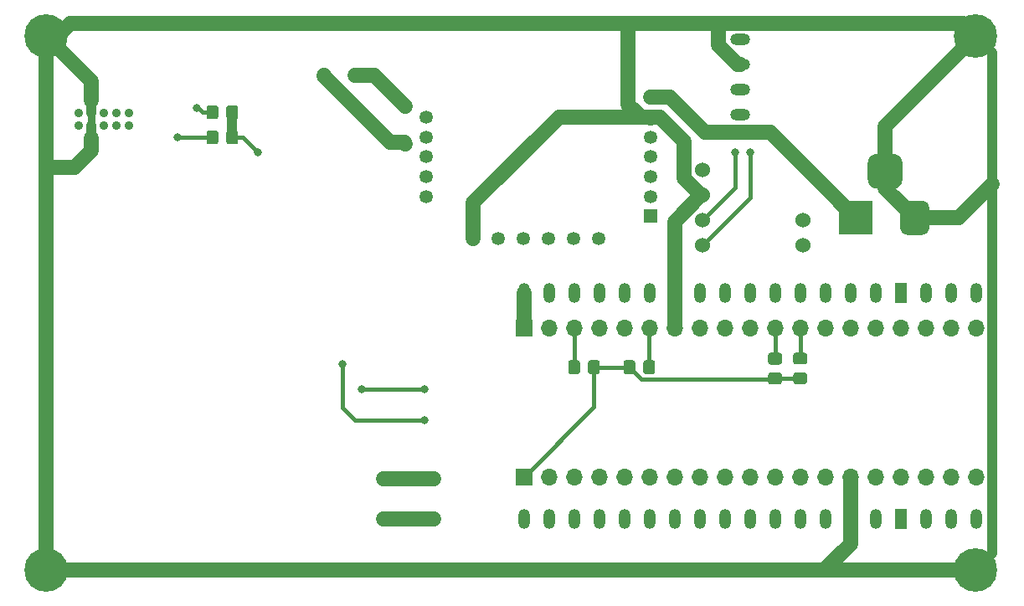
<source format=gbl>
G04 #@! TF.GenerationSoftware,KiCad,Pcbnew,5.1.10*
G04 #@! TF.CreationDate,2021-11-28T22:13:14+08:00*
G04 #@! TF.ProjectId,air_mon2,6169725f-6d6f-46e3-922e-6b696361645f,rev?*
G04 #@! TF.SameCoordinates,Original*
G04 #@! TF.FileFunction,Copper,L2,Bot*
G04 #@! TF.FilePolarity,Positive*
%FSLAX46Y46*%
G04 Gerber Fmt 4.6, Leading zero omitted, Abs format (unit mm)*
G04 Created by KiCad (PCBNEW 5.1.10) date 2021-11-28 22:13:14*
%MOMM*%
%LPD*%
G01*
G04 APERTURE LIST*
G04 #@! TA.AperFunction,ComponentPad*
%ADD10O,1.200000X2.000000*%
G04 #@! TD*
G04 #@! TA.AperFunction,ComponentPad*
%ADD11R,1.200000X2.000000*%
G04 #@! TD*
G04 #@! TA.AperFunction,ComponentPad*
%ADD12O,2.000000X1.200000*%
G04 #@! TD*
G04 #@! TA.AperFunction,ComponentPad*
%ADD13C,1.524000*%
G04 #@! TD*
G04 #@! TA.AperFunction,ComponentPad*
%ADD14R,3.500000X3.500000*%
G04 #@! TD*
G04 #@! TA.AperFunction,ComponentPad*
%ADD15C,1.350000*%
G04 #@! TD*
G04 #@! TA.AperFunction,ComponentPad*
%ADD16R,1.350000X1.350000*%
G04 #@! TD*
G04 #@! TA.AperFunction,ComponentPad*
%ADD17R,1.700000X1.700000*%
G04 #@! TD*
G04 #@! TA.AperFunction,ComponentPad*
%ADD18O,1.700000X1.700000*%
G04 #@! TD*
G04 #@! TA.AperFunction,ComponentPad*
%ADD19C,4.400000*%
G04 #@! TD*
G04 #@! TA.AperFunction,ComponentPad*
%ADD20C,0.870000*%
G04 #@! TD*
G04 #@! TA.AperFunction,ViaPad*
%ADD21C,0.800000*%
G04 #@! TD*
G04 #@! TA.AperFunction,Conductor*
%ADD22C,1.500000*%
G04 #@! TD*
G04 #@! TA.AperFunction,Conductor*
%ADD23C,0.800000*%
G04 #@! TD*
G04 #@! TA.AperFunction,Conductor*
%ADD24C,1.000000*%
G04 #@! TD*
G04 #@! TA.AperFunction,Conductor*
%ADD25C,0.400000*%
G04 #@! TD*
G04 APERTURE END LIST*
D10*
X130673000Y-87107000D03*
X130673000Y-109967000D03*
X133213000Y-87107000D03*
X133213000Y-109967000D03*
X135753000Y-87107000D03*
X135753000Y-109967000D03*
X138293000Y-87107000D03*
X138293000Y-109967000D03*
X140833000Y-87107000D03*
X140833000Y-109967000D03*
X143373000Y-87107000D03*
X143373000Y-109967000D03*
X145913000Y-87107000D03*
X145913000Y-109967000D03*
X148453000Y-87107000D03*
X148453000Y-109967000D03*
X150993000Y-87107000D03*
X150993000Y-109967000D03*
X153533000Y-87107000D03*
X153533000Y-109967000D03*
X156073000Y-87107000D03*
X156073000Y-109967000D03*
X158613000Y-87107000D03*
X158613000Y-109967000D03*
X161153000Y-87107000D03*
X161153000Y-109967000D03*
X163693000Y-87107000D03*
X163693000Y-109967000D03*
X166233000Y-87107000D03*
X166233000Y-109967000D03*
D11*
X168773000Y-87107000D03*
X168773000Y-109967000D03*
D10*
X171313000Y-87107000D03*
X171313000Y-109967000D03*
X173853000Y-87107000D03*
X173853000Y-109967000D03*
X176393000Y-87107000D03*
X176393000Y-109967000D03*
D12*
X152517000Y-69073000D03*
X152517000Y-66533000D03*
X152517000Y-63993000D03*
X152517000Y-61453000D03*
D13*
X158867000Y-79741000D03*
X158867000Y-82281000D03*
X148707000Y-82281000D03*
X148707000Y-79741000D03*
X148707000Y-77201000D03*
X148707000Y-74661000D03*
G04 #@! TA.AperFunction,SMDPad,CuDef*
G36*
G01*
X156523001Y-96343000D02*
X155622999Y-96343000D01*
G75*
G02*
X155373000Y-96093001I0J249999D01*
G01*
X155373000Y-95392999D01*
G75*
G02*
X155622999Y-95143000I249999J0D01*
G01*
X156523001Y-95143000D01*
G75*
G02*
X156773000Y-95392999I0J-249999D01*
G01*
X156773000Y-96093001D01*
G75*
G02*
X156523001Y-96343000I-249999J0D01*
G01*
G37*
G04 #@! TD.AperFunction*
G04 #@! TA.AperFunction,SMDPad,CuDef*
G36*
G01*
X156523001Y-94343000D02*
X155622999Y-94343000D01*
G75*
G02*
X155373000Y-94093001I0J249999D01*
G01*
X155373000Y-93392999D01*
G75*
G02*
X155622999Y-93143000I249999J0D01*
G01*
X156523001Y-93143000D01*
G75*
G02*
X156773000Y-93392999I0J-249999D01*
G01*
X156773000Y-94093001D01*
G75*
G02*
X156523001Y-94343000I-249999J0D01*
G01*
G37*
G04 #@! TD.AperFunction*
G04 #@! TA.AperFunction,SMDPad,CuDef*
G36*
G01*
X159063001Y-96327000D02*
X158162999Y-96327000D01*
G75*
G02*
X157913000Y-96077001I0J249999D01*
G01*
X157913000Y-95376999D01*
G75*
G02*
X158162999Y-95127000I249999J0D01*
G01*
X159063001Y-95127000D01*
G75*
G02*
X159313000Y-95376999I0J-249999D01*
G01*
X159313000Y-96077001D01*
G75*
G02*
X159063001Y-96327000I-249999J0D01*
G01*
G37*
G04 #@! TD.AperFunction*
G04 #@! TA.AperFunction,SMDPad,CuDef*
G36*
G01*
X159063001Y-94327000D02*
X158162999Y-94327000D01*
G75*
G02*
X157913000Y-94077001I0J249999D01*
G01*
X157913000Y-93376999D01*
G75*
G02*
X158162999Y-93127000I249999J0D01*
G01*
X159063001Y-93127000D01*
G75*
G02*
X159313000Y-93376999I0J-249999D01*
G01*
X159313000Y-94077001D01*
G75*
G02*
X159063001Y-94327000I-249999J0D01*
G01*
G37*
G04 #@! TD.AperFunction*
G04 #@! TA.AperFunction,SMDPad,CuDef*
G36*
G01*
X100577000Y-71809001D02*
X100577000Y-70908999D01*
G75*
G02*
X100826999Y-70659000I249999J0D01*
G01*
X101527001Y-70659000D01*
G75*
G02*
X101777000Y-70908999I0J-249999D01*
G01*
X101777000Y-71809001D01*
G75*
G02*
X101527001Y-72059000I-249999J0D01*
G01*
X100826999Y-72059000D01*
G75*
G02*
X100577000Y-71809001I0J249999D01*
G01*
G37*
G04 #@! TD.AperFunction*
G04 #@! TA.AperFunction,SMDPad,CuDef*
G36*
G01*
X98577000Y-71809001D02*
X98577000Y-70908999D01*
G75*
G02*
X98826999Y-70659000I249999J0D01*
G01*
X99527001Y-70659000D01*
G75*
G02*
X99777000Y-70908999I0J-249999D01*
G01*
X99777000Y-71809001D01*
G75*
G02*
X99527001Y-72059000I-249999J0D01*
G01*
X98826999Y-72059000D01*
G75*
G02*
X98577000Y-71809001I0J249999D01*
G01*
G37*
G04 #@! TD.AperFunction*
G04 #@! TA.AperFunction,SMDPad,CuDef*
G36*
G01*
X98577000Y-69269001D02*
X98577000Y-68368999D01*
G75*
G02*
X98826999Y-68119000I249999J0D01*
G01*
X99527001Y-68119000D01*
G75*
G02*
X99777000Y-68368999I0J-249999D01*
G01*
X99777000Y-69269001D01*
G75*
G02*
X99527001Y-69519000I-249999J0D01*
G01*
X98826999Y-69519000D01*
G75*
G02*
X98577000Y-69269001I0J249999D01*
G01*
G37*
G04 #@! TD.AperFunction*
G04 #@! TA.AperFunction,SMDPad,CuDef*
G36*
G01*
X100577000Y-69269001D02*
X100577000Y-68368999D01*
G75*
G02*
X100826999Y-68119000I249999J0D01*
G01*
X101527001Y-68119000D01*
G75*
G02*
X101777000Y-68368999I0J-249999D01*
G01*
X101777000Y-69269001D01*
G75*
G02*
X101527001Y-69519000I-249999J0D01*
G01*
X100826999Y-69519000D01*
G75*
G02*
X100577000Y-69269001I0J249999D01*
G01*
G37*
G04 #@! TD.AperFunction*
G04 #@! TA.AperFunction,ComponentPad*
G36*
G01*
X168951000Y-73912000D02*
X168951000Y-75662000D01*
G75*
G02*
X168076000Y-76537000I-875000J0D01*
G01*
X166326000Y-76537000D01*
G75*
G02*
X165451000Y-75662000I0J875000D01*
G01*
X165451000Y-73912000D01*
G75*
G02*
X166326000Y-73037000I875000J0D01*
G01*
X168076000Y-73037000D01*
G75*
G02*
X168951000Y-73912000I0J-875000D01*
G01*
G37*
G04 #@! TD.AperFunction*
G04 #@! TA.AperFunction,ComponentPad*
G36*
G01*
X171701000Y-78487000D02*
X171701000Y-80487000D01*
G75*
G02*
X170951000Y-81237000I-750000J0D01*
G01*
X169451000Y-81237000D01*
G75*
G02*
X168701000Y-80487000I0J750000D01*
G01*
X168701000Y-78487000D01*
G75*
G02*
X169451000Y-77737000I750000J0D01*
G01*
X170951000Y-77737000D01*
G75*
G02*
X171701000Y-78487000I0J-750000D01*
G01*
G37*
G04 #@! TD.AperFunction*
D14*
X164201000Y-79487000D03*
G04 #@! TA.AperFunction,SMDPad,CuDef*
G36*
G01*
X140741000Y-95050001D02*
X140741000Y-94149999D01*
G75*
G02*
X140990999Y-93900000I249999J0D01*
G01*
X141691001Y-93900000D01*
G75*
G02*
X141941000Y-94149999I0J-249999D01*
G01*
X141941000Y-95050001D01*
G75*
G02*
X141691001Y-95300000I-249999J0D01*
G01*
X140990999Y-95300000D01*
G75*
G02*
X140741000Y-95050001I0J249999D01*
G01*
G37*
G04 #@! TD.AperFunction*
G04 #@! TA.AperFunction,SMDPad,CuDef*
G36*
G01*
X142741000Y-95050001D02*
X142741000Y-94149999D01*
G75*
G02*
X142990999Y-93900000I249999J0D01*
G01*
X143691001Y-93900000D01*
G75*
G02*
X143941000Y-94149999I0J-249999D01*
G01*
X143941000Y-95050001D01*
G75*
G02*
X143691001Y-95300000I-249999J0D01*
G01*
X142990999Y-95300000D01*
G75*
G02*
X142741000Y-95050001I0J249999D01*
G01*
G37*
G04 #@! TD.AperFunction*
G04 #@! TA.AperFunction,SMDPad,CuDef*
G36*
G01*
X138353000Y-94149999D02*
X138353000Y-95050001D01*
G75*
G02*
X138103001Y-95300000I-249999J0D01*
G01*
X137402999Y-95300000D01*
G75*
G02*
X137153000Y-95050001I0J249999D01*
G01*
X137153000Y-94149999D01*
G75*
G02*
X137402999Y-93900000I249999J0D01*
G01*
X138103001Y-93900000D01*
G75*
G02*
X138353000Y-94149999I0J-249999D01*
G01*
G37*
G04 #@! TD.AperFunction*
G04 #@! TA.AperFunction,SMDPad,CuDef*
G36*
G01*
X136353000Y-94149999D02*
X136353000Y-95050001D01*
G75*
G02*
X136103001Y-95300000I-249999J0D01*
G01*
X135402999Y-95300000D01*
G75*
G02*
X135153000Y-95050001I0J249999D01*
G01*
X135153000Y-94149999D01*
G75*
G02*
X135402999Y-93900000I249999J0D01*
G01*
X136103001Y-93900000D01*
G75*
G02*
X136353000Y-94149999I0J-249999D01*
G01*
G37*
G04 #@! TD.AperFunction*
D15*
X120768000Y-69320001D03*
X120768000Y-71320001D03*
X120768000Y-73320001D03*
X120768000Y-75320001D03*
X120768000Y-77320001D03*
X143468000Y-67320001D03*
X143468000Y-69320001D03*
X143468000Y-71320001D03*
X143468000Y-73320001D03*
X143468000Y-75320001D03*
X143468000Y-77320001D03*
D16*
X143468000Y-79320001D03*
D15*
X125568000Y-81550001D03*
X130648000Y-81550001D03*
X128108000Y-81550001D03*
X133188000Y-81550001D03*
X135728000Y-81550001D03*
X138268000Y-81550001D03*
D17*
X130673000Y-90663000D03*
D18*
X133213000Y-90663000D03*
X135753000Y-90663000D03*
X138293000Y-90663000D03*
X140833000Y-90663000D03*
X143373000Y-90663000D03*
X145913000Y-90663000D03*
X148453000Y-90663000D03*
X150993000Y-90663000D03*
X153533000Y-90663000D03*
X156073000Y-90663000D03*
X158613000Y-90663000D03*
X161153000Y-90663000D03*
X163693000Y-90663000D03*
X166233000Y-90663000D03*
X168773000Y-90663000D03*
X171313000Y-90663000D03*
X173853000Y-90663000D03*
X176393000Y-90663000D03*
D19*
X82365000Y-61095000D03*
X176365000Y-61095000D03*
X82365000Y-115095000D03*
X176365000Y-115095000D03*
D17*
X130673000Y-105680001D03*
D18*
X133213000Y-105680001D03*
X135753000Y-105680001D03*
X138293000Y-105680001D03*
X140833000Y-105680001D03*
X143373000Y-105680001D03*
X145913000Y-105680001D03*
X148453000Y-105680001D03*
X150993000Y-105680001D03*
X153533000Y-105680001D03*
X156073000Y-105680001D03*
X158613000Y-105680001D03*
X161153000Y-105680001D03*
X163693000Y-105680001D03*
X166233000Y-105680001D03*
X168773000Y-105680001D03*
X171313000Y-105680001D03*
X173853000Y-105680001D03*
X176393000Y-105680001D03*
D20*
X85690000Y-68850001D03*
X85690000Y-70120001D03*
X86960000Y-68850001D03*
X86960000Y-70120001D03*
X88230000Y-68850001D03*
X88230000Y-70120001D03*
X89500000Y-68850001D03*
X89500000Y-70120001D03*
X90770000Y-68850001D03*
X90770000Y-70120001D03*
D21*
X113630000Y-65040001D03*
X118710000Y-68215001D03*
X110455000Y-65040001D03*
X118710000Y-72025001D03*
X121529000Y-109967000D03*
X116449000Y-109967000D03*
X121529000Y-105903000D03*
X116449000Y-105903000D03*
X103749000Y-72883000D03*
X120615000Y-99965001D03*
X112360000Y-94250001D03*
X97625000Y-68339000D03*
X153533000Y-72883000D03*
X152009000Y-72883000D03*
X120615000Y-96790001D03*
X114265000Y-96790001D03*
X95621000Y-71359000D03*
D22*
X115535000Y-65040001D02*
X118710000Y-68215001D01*
X113630000Y-65040001D02*
X115535000Y-65040001D01*
X110455000Y-65040001D02*
X110455000Y-65161000D01*
X110455000Y-65161000D02*
X117161000Y-71867000D01*
X118551999Y-71867000D02*
X118710000Y-72025001D01*
X117161000Y-71867000D02*
X118551999Y-71867000D01*
X162642999Y-77928999D02*
X164201000Y-79487000D01*
X143468000Y-67320001D02*
X145430001Y-67320001D01*
X145430001Y-67320001D02*
X148961000Y-70851000D01*
X155565000Y-70851000D02*
X164201000Y-79487000D01*
X148961000Y-70851000D02*
X155565000Y-70851000D01*
D23*
X86960000Y-70120001D02*
X86960000Y-68850001D01*
D22*
X120090001Y-115095000D02*
X157969999Y-115095000D01*
D24*
X86960000Y-70120001D02*
X86960000Y-71390001D01*
X86960000Y-68850001D02*
X86960000Y-67580001D01*
D22*
X86960000Y-65690000D02*
X82365000Y-61095000D01*
X86960000Y-67580001D02*
X86960000Y-65690000D01*
X86960000Y-71390001D02*
X86960000Y-72660001D01*
X86960000Y-72660001D02*
X85205000Y-74415001D01*
X85205000Y-74415001D02*
X82365000Y-74415001D01*
X82365000Y-74415001D02*
X82365000Y-115095000D01*
X82365000Y-61095000D02*
X82365000Y-74415001D01*
X82365000Y-115095000D02*
X120090001Y-115095000D01*
X130673000Y-87107000D02*
X130673000Y-90663000D01*
X145913000Y-87107000D02*
X145913000Y-90663000D01*
X163693000Y-105680001D02*
X163693000Y-109967000D01*
X161105000Y-115055000D02*
X161105000Y-115095000D01*
X163693000Y-112467000D02*
X161105000Y-115055000D01*
X163693000Y-109967000D02*
X163693000Y-112467000D01*
X161105000Y-115095000D02*
X171365000Y-115095000D01*
X157969999Y-115095000D02*
X161105000Y-115095000D01*
X171365000Y-115095000D02*
X176365000Y-115095000D01*
D24*
X178043001Y-62773001D02*
X176365000Y-61095000D01*
X176365000Y-115095000D02*
X178043001Y-113416999D01*
X178043001Y-113416999D02*
X178043001Y-76057001D01*
X178043001Y-76057001D02*
X178043001Y-62773001D01*
D22*
X82365000Y-61095000D02*
X83533000Y-61095000D01*
X175072990Y-59802990D02*
X176365000Y-61095000D01*
X83533000Y-61095000D02*
X84825010Y-59802990D01*
X141213010Y-68019605D02*
X141213010Y-59802990D01*
X143468000Y-69320001D02*
X142513406Y-69320001D01*
X142513406Y-69320001D02*
X141213010Y-68019605D01*
X84825010Y-59802990D02*
X141213010Y-59802990D01*
X150357010Y-62026476D02*
X150357010Y-59802990D01*
X152517000Y-63993000D02*
X152323534Y-63993000D01*
X152323534Y-63993000D02*
X150357010Y-62026476D01*
X150357010Y-59802990D02*
X175072990Y-59802990D01*
X141213010Y-59802990D02*
X150357010Y-59802990D01*
X143468000Y-69320001D02*
X143468000Y-69422000D01*
X167201000Y-70259000D02*
X176365000Y-61095000D01*
X167201000Y-74787000D02*
X167201000Y-70259000D01*
X167201000Y-76487000D02*
X170201000Y-79487000D01*
X167201000Y-74787000D02*
X167201000Y-76487000D01*
X174613002Y-79487000D02*
X178043001Y-76057001D01*
X170201000Y-79487000D02*
X174613002Y-79487000D01*
X146894999Y-71792406D02*
X146894999Y-75530761D01*
X146894999Y-75530761D02*
X148565238Y-77201000D01*
X144422594Y-69320001D02*
X146894999Y-71792406D01*
X143468000Y-69320001D02*
X144422594Y-69320001D01*
X145913000Y-79853238D02*
X145913000Y-87107000D01*
X148565238Y-77201000D02*
X145913000Y-79853238D01*
X148707000Y-77201000D02*
X148565238Y-77201000D01*
X143468000Y-69320001D02*
X134235999Y-69320001D01*
X125568000Y-77988000D02*
X125568000Y-81550001D01*
X134235999Y-69320001D02*
X125568000Y-77988000D01*
X121529000Y-109967000D02*
X116449000Y-109967000D01*
X121529000Y-105903000D02*
X116449000Y-105903000D01*
D24*
X101177000Y-71359000D02*
X101177000Y-68819000D01*
D25*
X156089000Y-95727000D02*
X156073000Y-95743000D01*
X158613000Y-95727000D02*
X156089000Y-95727000D01*
X137753000Y-98600001D02*
X130673000Y-105680001D01*
X137753000Y-94600000D02*
X137753000Y-98600001D01*
X102225000Y-71359000D02*
X103749000Y-72883000D01*
X101177000Y-71359000D02*
X102225000Y-71359000D01*
X137753000Y-94600000D02*
X141341000Y-94600000D01*
X156015990Y-95800010D02*
X156073000Y-95743000D01*
X142541010Y-95800010D02*
X156015990Y-95800010D01*
X141341000Y-94600000D02*
X142541010Y-95800010D01*
X120615000Y-99965001D02*
X113630000Y-99965001D01*
X113630000Y-99965001D02*
X112995000Y-99330001D01*
X112995000Y-99330001D02*
X112360000Y-98695001D01*
X112360000Y-98695001D02*
X112360000Y-94250001D01*
X97625000Y-68339000D02*
X97653000Y-68311000D01*
X98161000Y-68819000D02*
X99177000Y-68819000D01*
X97653000Y-68311000D02*
X98161000Y-68819000D01*
X143341000Y-90695000D02*
X143373000Y-90663000D01*
X143341000Y-94600000D02*
X143341000Y-90695000D01*
X153533000Y-77455000D02*
X153533000Y-72883000D01*
X148707000Y-82281000D02*
X153533000Y-77455000D01*
X135753000Y-94600000D02*
X135753000Y-90663000D01*
X152009000Y-76439000D02*
X152009000Y-72883000D01*
X148707000Y-79741000D02*
X152009000Y-76439000D01*
X120615000Y-96790001D02*
X114265000Y-96790001D01*
X95621000Y-71359000D02*
X99177000Y-71359000D01*
X143718002Y-77320001D02*
X143468000Y-77320001D01*
X159004000Y-86630001D02*
X158969000Y-86630001D01*
X158613000Y-90663000D02*
X158613000Y-93727000D01*
X156464000Y-86630001D02*
X156429000Y-86630001D01*
X156073000Y-93743000D02*
X156073000Y-90663000D01*
M02*

</source>
